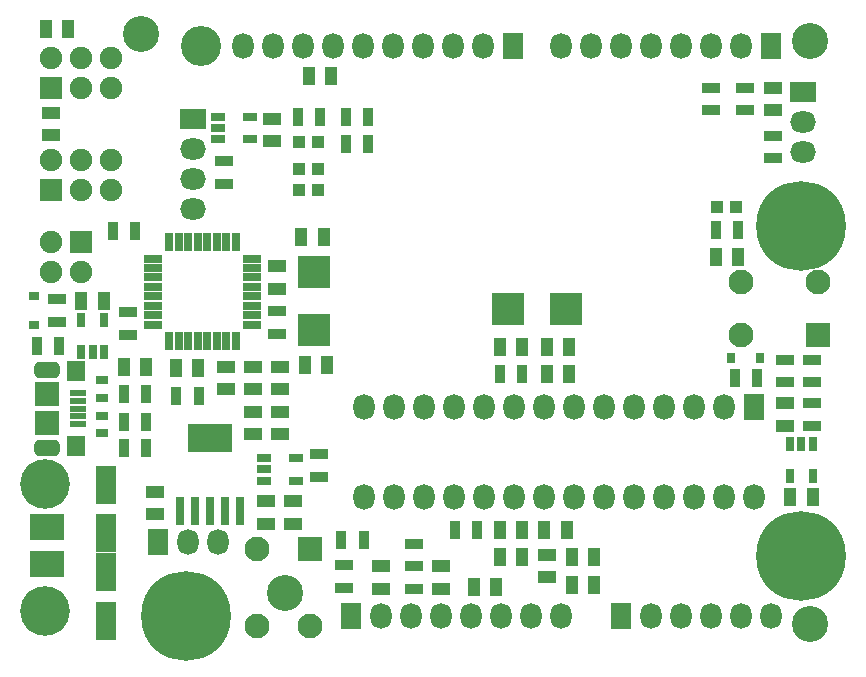
<source format=gts>
G04*
G04 #@! TF.GenerationSoftware,Altium Limited,Altium Designer,18.1.7 (191)*
G04*
G04 Layer_Color=8388736*
%FSLAX44Y44*%
%MOMM*%
G71*
G01*
G75*
%ADD35R,1.4500X0.5000*%
%ADD36R,2.1000X2.1000*%
%ADD37R,1.6000X1.8000*%
%ADD38R,1.1000X1.5000*%
%ADD39R,0.8000X2.4000*%
%ADD40R,3.7000X2.4000*%
%ADD41R,2.7000X2.8000*%
%ADD42R,2.8000X2.7000*%
%ADD43R,1.2000X0.7500*%
%ADD44R,0.7500X1.2000*%
%ADD45R,1.8000X3.2000*%
%ADD46R,1.5000X1.1000*%
%ADD47C,3.0480*%
%ADD48R,2.9000X2.2000*%
%ADD49R,1.0000X1.0000*%
%ADD50R,1.6200X0.6700*%
%ADD51R,0.6700X1.6200*%
%ADD52R,0.8858X0.7588*%
%ADD53R,0.7588X0.8858*%
%ADD54R,1.5000X0.9000*%
%ADD55R,0.9000X1.5000*%
%ADD56R,1.1000X0.8000*%
%ADD57O,1.8000X2.2000*%
%ADD58R,1.8000X2.2000*%
%ADD59R,2.2000X1.8000*%
%ADD60O,2.2000X1.8000*%
%ADD61C,1.9000*%
%ADD62R,1.9000X1.9000*%
G04:AMPARAMS|DCode=63|XSize=2.2mm|YSize=1.4mm|CornerRadius=0.46mm|HoleSize=0mm|Usage=FLASHONLY|Rotation=0.000|XOffset=0mm|YOffset=0mm|HoleType=Round|Shape=RoundedRectangle|*
%AMROUNDEDRECTD63*
21,1,2.2000,0.4800,0,0,0.0*
21,1,1.2800,1.4000,0,0,0.0*
1,1,0.9200,0.6400,-0.2400*
1,1,0.9200,-0.6400,-0.2400*
1,1,0.9200,-0.6400,0.2400*
1,1,0.9200,0.6400,0.2400*
%
%ADD63ROUNDEDRECTD63*%
%ADD64C,3.4000*%
%ADD65C,4.2000*%
%ADD66C,7.6000*%
%ADD67C,2.1000*%
%ADD68R,2.1000X2.1000*%
D35*
X48745Y214000D02*
D03*
Y207500D02*
D03*
Y201000D02*
D03*
Y194500D02*
D03*
Y188000D02*
D03*
D36*
X21995Y189000D02*
D03*
Y213000D02*
D03*
X245000Y81750D02*
D03*
D37*
X46495Y233000D02*
D03*
Y169000D02*
D03*
D38*
X445500Y253000D02*
D03*
X464500D02*
D03*
X466500Y75000D02*
D03*
X485500D02*
D03*
X263000Y483000D02*
D03*
X244000D02*
D03*
X405500Y75000D02*
D03*
X424500D02*
D03*
X607500Y329750D02*
D03*
X588500D02*
D03*
X131500Y235000D02*
D03*
X150500D02*
D03*
X237500Y346000D02*
D03*
X256500D02*
D03*
X240500Y238000D02*
D03*
X259500D02*
D03*
X383500Y50000D02*
D03*
X402500D02*
D03*
X21500Y522000D02*
D03*
X40500D02*
D03*
X464500Y230000D02*
D03*
X445500D02*
D03*
X424500Y98000D02*
D03*
X405500D02*
D03*
X443500D02*
D03*
X462500D02*
D03*
X424500Y253000D02*
D03*
X405500D02*
D03*
X651500Y126436D02*
D03*
X670500D02*
D03*
X51500Y292000D02*
D03*
X70500D02*
D03*
X87500Y236000D02*
D03*
X106500D02*
D03*
X485500Y52000D02*
D03*
X466500D02*
D03*
D39*
X135000Y114000D02*
D03*
X147700D02*
D03*
X160400D02*
D03*
X173100D02*
D03*
X185800D02*
D03*
D40*
X160400Y176000D02*
D03*
D41*
X412500Y285000D02*
D03*
X461500D02*
D03*
D42*
X248000Y316500D02*
D03*
Y267500D02*
D03*
D43*
X194000Y429000D02*
D03*
Y448000D02*
D03*
X167000Y429000D02*
D03*
Y438500D02*
D03*
Y448000D02*
D03*
X233000Y140000D02*
D03*
Y159000D02*
D03*
X206000Y140000D02*
D03*
Y149500D02*
D03*
Y159000D02*
D03*
D44*
X70500Y276000D02*
D03*
X51500D02*
D03*
X70500Y249000D02*
D03*
X61000D02*
D03*
X51500D02*
D03*
X651500Y144000D02*
D03*
X670500D02*
D03*
X651500Y171000D02*
D03*
X661000D02*
D03*
X670500D02*
D03*
D45*
X72000Y95500D02*
D03*
Y136500D02*
D03*
Y21500D02*
D03*
Y62500D02*
D03*
D46*
X220000Y236500D02*
D03*
Y217500D02*
D03*
X114000Y130500D02*
D03*
Y111500D02*
D03*
X208000Y122500D02*
D03*
Y103500D02*
D03*
X197000Y236500D02*
D03*
Y217500D02*
D03*
X217000Y302500D02*
D03*
Y321500D02*
D03*
X174000Y236500D02*
D03*
Y217500D02*
D03*
X26000Y432500D02*
D03*
Y451500D02*
D03*
X636840Y472440D02*
D03*
Y453440D02*
D03*
X305000Y48500D02*
D03*
Y67500D02*
D03*
X356000Y48500D02*
D03*
Y67500D02*
D03*
X213000Y446500D02*
D03*
Y427500D02*
D03*
X220000Y179500D02*
D03*
Y198500D02*
D03*
X647000Y205500D02*
D03*
Y186500D02*
D03*
X231000Y103500D02*
D03*
Y122500D02*
D03*
X197000Y198500D02*
D03*
Y179500D02*
D03*
X445500Y77000D02*
D03*
Y58000D02*
D03*
D47*
X224000Y45000D02*
D03*
X668000Y19000D02*
D03*
Y512000D02*
D03*
X102000Y518000D02*
D03*
D48*
X22000Y101000D02*
D03*
Y69000D02*
D03*
D49*
X606000Y372000D02*
D03*
X590000D02*
D03*
X252000Y427000D02*
D03*
X236000D02*
D03*
X252000Y404000D02*
D03*
X236000D02*
D03*
X252000Y386080D02*
D03*
X236000D02*
D03*
D50*
X196000Y272000D02*
D03*
Y280000D02*
D03*
Y288000D02*
D03*
Y296000D02*
D03*
Y304000D02*
D03*
Y312000D02*
D03*
Y320000D02*
D03*
Y328000D02*
D03*
X112000D02*
D03*
Y320000D02*
D03*
Y312000D02*
D03*
Y304000D02*
D03*
Y296000D02*
D03*
Y288000D02*
D03*
Y280000D02*
D03*
Y272000D02*
D03*
D51*
X182000Y342000D02*
D03*
X174000D02*
D03*
X166000D02*
D03*
X158000D02*
D03*
X150000D02*
D03*
X142000D02*
D03*
X134000D02*
D03*
X126000D02*
D03*
Y258000D02*
D03*
X134000D02*
D03*
X142000D02*
D03*
X150000D02*
D03*
X158000D02*
D03*
X166000D02*
D03*
X174000D02*
D03*
X182000D02*
D03*
D52*
X11000Y271808D02*
D03*
Y296192D02*
D03*
D53*
X626192Y244000D02*
D03*
X601808D02*
D03*
D54*
X172000Y410500D02*
D03*
Y391500D02*
D03*
X91000Y263500D02*
D03*
Y282500D02*
D03*
X217000Y283500D02*
D03*
Y264500D02*
D03*
X613240Y472440D02*
D03*
Y453440D02*
D03*
X584200Y472440D02*
D03*
Y453440D02*
D03*
X636840Y431800D02*
D03*
Y412800D02*
D03*
X670000Y205500D02*
D03*
Y186500D02*
D03*
X31000Y293500D02*
D03*
Y274500D02*
D03*
X670080Y223500D02*
D03*
Y242500D02*
D03*
X274000Y49500D02*
D03*
Y68500D02*
D03*
X253000Y162500D02*
D03*
Y143500D02*
D03*
X647000Y223500D02*
D03*
Y242500D02*
D03*
X333000Y67500D02*
D03*
Y86500D02*
D03*
Y48500D02*
D03*
Y67500D02*
D03*
D55*
X294500Y447750D02*
D03*
X275500D02*
D03*
X294500Y424750D02*
D03*
X275500D02*
D03*
X78000Y351000D02*
D03*
X97000D02*
D03*
X106500Y213000D02*
D03*
X87500D02*
D03*
X106500Y190000D02*
D03*
X87500D02*
D03*
X106250Y167500D02*
D03*
X87250D02*
D03*
X367500Y98000D02*
D03*
X386500D02*
D03*
X623500Y227000D02*
D03*
X604500D02*
D03*
X234500Y448000D02*
D03*
X253500D02*
D03*
X405500Y230000D02*
D03*
X424500D02*
D03*
X588500Y352000D02*
D03*
X607500D02*
D03*
X32500Y254000D02*
D03*
X13500D02*
D03*
X271500Y90000D02*
D03*
X290500D02*
D03*
X150750Y212000D02*
D03*
X131750D02*
D03*
D56*
X69000Y225000D02*
D03*
Y210000D02*
D03*
Y180000D02*
D03*
Y195000D02*
D03*
D57*
X167000Y88000D02*
D03*
X141600D02*
D03*
X187960Y508000D02*
D03*
X213360D02*
D03*
X238760D02*
D03*
X264160D02*
D03*
X289560D02*
D03*
X314960D02*
D03*
X340360D02*
D03*
X365760D02*
D03*
X391160D02*
D03*
X457200D02*
D03*
X482600D02*
D03*
X508000D02*
D03*
X533400D02*
D03*
X558800D02*
D03*
X584200D02*
D03*
X609600D02*
D03*
X635000Y25400D02*
D03*
X609600D02*
D03*
X584200D02*
D03*
X558800D02*
D03*
X533400D02*
D03*
X457200D02*
D03*
X431800D02*
D03*
X406400D02*
D03*
X381000D02*
D03*
X355600D02*
D03*
X330200D02*
D03*
X304800D02*
D03*
X595250Y201930D02*
D03*
X569850D02*
D03*
X544450D02*
D03*
X519050D02*
D03*
X493650D02*
D03*
X468250D02*
D03*
X442850D02*
D03*
X417450D02*
D03*
X392050D02*
D03*
X366650D02*
D03*
X341250D02*
D03*
X315850D02*
D03*
X290450D02*
D03*
X620650Y125730D02*
D03*
X595250D02*
D03*
X569850D02*
D03*
X544450D02*
D03*
X519050D02*
D03*
X493650D02*
D03*
X468250D02*
D03*
X442850D02*
D03*
X417450D02*
D03*
X392050D02*
D03*
X366650D02*
D03*
X341250D02*
D03*
X315850D02*
D03*
X290450D02*
D03*
D58*
X116200Y88000D02*
D03*
X416560Y508000D02*
D03*
X635000D02*
D03*
X508000Y25400D02*
D03*
X279400D02*
D03*
X620650Y201930D02*
D03*
D59*
X146000Y446000D02*
D03*
X662000Y469000D02*
D03*
D60*
X146000Y420600D02*
D03*
Y395200D02*
D03*
Y369800D02*
D03*
X662000Y418200D02*
D03*
Y443600D02*
D03*
D61*
X25400Y316600D02*
D03*
X50800D02*
D03*
X25400Y342000D02*
D03*
X76200Y411480D02*
D03*
X50800D02*
D03*
X25400D02*
D03*
X76200Y386080D02*
D03*
X50800D02*
D03*
X76200Y497840D02*
D03*
X50800D02*
D03*
X25400D02*
D03*
X76200Y472440D02*
D03*
X50800D02*
D03*
D62*
Y342000D02*
D03*
X25400Y386080D02*
D03*
Y472440D02*
D03*
D63*
X21995Y234000D02*
D03*
Y168000D02*
D03*
D64*
X152400Y508000D02*
D03*
D65*
X21000Y30000D02*
D03*
Y137000D02*
D03*
D66*
X139700Y25400D02*
D03*
X660400Y76200D02*
D03*
Y355600D02*
D03*
D67*
X610000Y263000D02*
D03*
Y308000D02*
D03*
X675000D02*
D03*
X245000Y16750D02*
D03*
X200000D02*
D03*
Y81750D02*
D03*
D68*
X675000Y263000D02*
D03*
M02*

</source>
